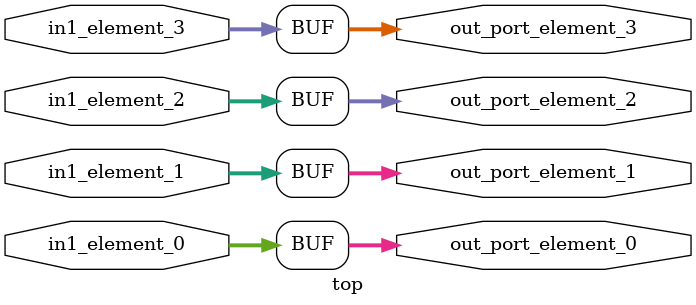
<source format=sv>
module top (
	output logic [7:0] out_port_element_0,
	output logic [7:0] out_port_element_1,
	output logic [7:0] out_port_element_2,
	output logic [7:0] out_port_element_3,

	input logic [7:0] in1_element_0,
	input logic [7:0] in1_element_1,
	input logic [7:0] in1_element_2,
	input logic [7:0] in1_element_3
);

	assign out_port_element_0 = in1_element_0;
	assign out_port_element_1 = in1_element_1;
	assign out_port_element_2 = in1_element_2;
	assign out_port_element_3 = in1_element_3;

endmodule



</source>
